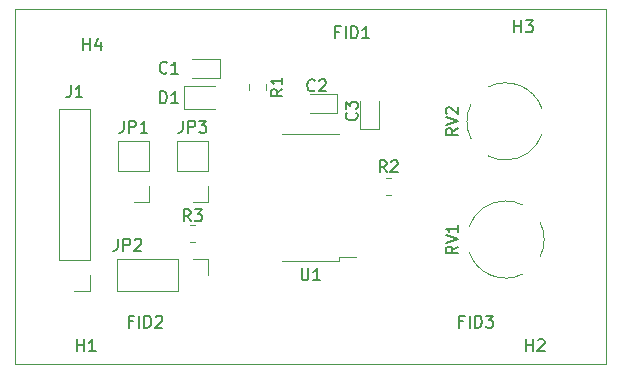
<source format=gbr>
%TF.GenerationSoftware,KiCad,Pcbnew,5.1.10-88a1d61d58~90~ubuntu20.04.1*%
%TF.CreationDate,2021-10-12T23:28:01-03:00*%
%TF.ProjectId,SG3525_Rev01,53473335-3235-45f5-9265-7630312e6b69,0.0.0.1*%
%TF.SameCoordinates,Original*%
%TF.FileFunction,Legend,Top*%
%TF.FilePolarity,Positive*%
%FSLAX46Y46*%
G04 Gerber Fmt 4.6, Leading zero omitted, Abs format (unit mm)*
G04 Created by KiCad (PCBNEW 5.1.10-88a1d61d58~90~ubuntu20.04.1) date 2021-10-12 23:28:01*
%MOMM*%
%LPD*%
G01*
G04 APERTURE LIST*
%TA.AperFunction,Profile*%
%ADD10C,0.100000*%
%TD*%
%ADD11C,0.120000*%
%ADD12C,0.150000*%
G04 APERTURE END LIST*
D10*
X173000000Y-82000000D02*
X173000000Y-112000000D01*
X123000000Y-82000000D02*
X173000000Y-82000000D01*
X123000000Y-112000000D02*
X123000000Y-82000000D01*
X173000000Y-112000000D02*
X123000000Y-112000000D01*
D11*
%TO.C,C1*%
X140297500Y-86215000D02*
X137987500Y-86215000D01*
X140297500Y-87785000D02*
X140297500Y-86215000D01*
X137987500Y-87785000D02*
X140297500Y-87785000D01*
%TO.C,C2*%
X147912500Y-90785000D02*
X150222500Y-90785000D01*
X150222500Y-90785000D02*
X150222500Y-89215000D01*
X150222500Y-89215000D02*
X147912500Y-89215000D01*
%TO.C,C3*%
X153785000Y-92122500D02*
X153785000Y-89812500D01*
X152215000Y-92122500D02*
X153785000Y-92122500D01*
X152215000Y-89812500D02*
X152215000Y-92122500D01*
%TO.C,D1*%
X137252500Y-90460000D02*
X139937500Y-90460000D01*
X137252500Y-88540000D02*
X137252500Y-90460000D01*
X139937500Y-88540000D02*
X137252500Y-88540000D01*
%TO.C,J1*%
X129330000Y-105830000D02*
X128000000Y-105830000D01*
X129330000Y-104500000D02*
X129330000Y-105830000D01*
X129330000Y-103230000D02*
X126670000Y-103230000D01*
X126670000Y-103230000D02*
X126670000Y-90470000D01*
X129330000Y-103230000D02*
X129330000Y-90470000D01*
X129330000Y-90470000D02*
X126670000Y-90470000D01*
%TO.C,JP1*%
X134330000Y-93130000D02*
X131670000Y-93130000D01*
X134330000Y-95730000D02*
X134330000Y-93130000D01*
X131670000Y-95730000D02*
X131670000Y-93130000D01*
X134330000Y-95730000D02*
X131670000Y-95730000D01*
X134330000Y-97000000D02*
X134330000Y-98330000D01*
X134330000Y-98330000D02*
X133000000Y-98330000D01*
%TO.C,JP2*%
X139330000Y-103170000D02*
X139330000Y-104500000D01*
X138000000Y-103170000D02*
X139330000Y-103170000D01*
X136730000Y-103170000D02*
X136730000Y-105830000D01*
X136730000Y-105830000D02*
X131590000Y-105830000D01*
X136730000Y-103170000D02*
X131590000Y-103170000D01*
X131590000Y-103170000D02*
X131590000Y-105830000D01*
%TO.C,JP3*%
X139330000Y-98330000D02*
X138000000Y-98330000D01*
X139330000Y-97000000D02*
X139330000Y-98330000D01*
X139330000Y-95730000D02*
X136670000Y-95730000D01*
X136670000Y-95730000D02*
X136670000Y-93130000D01*
X139330000Y-95730000D02*
X139330000Y-93130000D01*
X139330000Y-93130000D02*
X136670000Y-93130000D01*
%TO.C,R1*%
X142765000Y-88360436D02*
X142765000Y-88814564D01*
X144235000Y-88360436D02*
X144235000Y-88814564D01*
%TO.C,R2*%
X154360436Y-97735000D02*
X154814564Y-97735000D01*
X154360436Y-96265000D02*
X154814564Y-96265000D01*
%TO.C,R3*%
X138227064Y-101735000D02*
X137772936Y-101735000D01*
X138227064Y-100265000D02*
X137772936Y-100265000D01*
%TO.C,RV1*%
X164443137Y-98229925D02*
G75*
G02*
X165985000Y-98586000I56863J-3270075D01*
G01*
X167413387Y-100014798D02*
G75*
G02*
X167414000Y-102984000I-2913387J-1485202D01*
G01*
X165983968Y-104413829D02*
G75*
G02*
X161408000Y-102564000I-1483968J2913829D01*
G01*
X161408154Y-100435392D02*
G75*
G02*
X164500000Y-98230000I3091846J-1064608D01*
G01*
%TO.C,RV2*%
X167591846Y-92564608D02*
G75*
G02*
X164500000Y-94770000I-3091846J1064608D01*
G01*
X163016032Y-88586171D02*
G75*
G02*
X167592000Y-90436000I1483968J-2913829D01*
G01*
X161586613Y-92985202D02*
G75*
G02*
X161586000Y-90016000I2913387J1485202D01*
G01*
X164556863Y-94770075D02*
G75*
G02*
X163015000Y-94414000I-56863J3270075D01*
G01*
%TO.C,U1*%
X150400000Y-103340000D02*
X150400000Y-102940000D01*
X150400000Y-102940000D02*
X151800000Y-102940000D01*
X150400000Y-103340000D02*
X145600000Y-103340000D01*
X150400000Y-92540000D02*
X145600000Y-92540000D01*
%TD*%
%TO.C,C1*%
D12*
X135833333Y-87357142D02*
X135785714Y-87404761D01*
X135642857Y-87452380D01*
X135547619Y-87452380D01*
X135404761Y-87404761D01*
X135309523Y-87309523D01*
X135261904Y-87214285D01*
X135214285Y-87023809D01*
X135214285Y-86880952D01*
X135261904Y-86690476D01*
X135309523Y-86595238D01*
X135404761Y-86500000D01*
X135547619Y-86452380D01*
X135642857Y-86452380D01*
X135785714Y-86500000D01*
X135833333Y-86547619D01*
X136785714Y-87452380D02*
X136214285Y-87452380D01*
X136500000Y-87452380D02*
X136500000Y-86452380D01*
X136404761Y-86595238D01*
X136309523Y-86690476D01*
X136214285Y-86738095D01*
%TO.C,C2*%
X148333333Y-88857142D02*
X148285714Y-88904761D01*
X148142857Y-88952380D01*
X148047619Y-88952380D01*
X147904761Y-88904761D01*
X147809523Y-88809523D01*
X147761904Y-88714285D01*
X147714285Y-88523809D01*
X147714285Y-88380952D01*
X147761904Y-88190476D01*
X147809523Y-88095238D01*
X147904761Y-88000000D01*
X148047619Y-87952380D01*
X148142857Y-87952380D01*
X148285714Y-88000000D01*
X148333333Y-88047619D01*
X148714285Y-88047619D02*
X148761904Y-88000000D01*
X148857142Y-87952380D01*
X149095238Y-87952380D01*
X149190476Y-88000000D01*
X149238095Y-88047619D01*
X149285714Y-88142857D01*
X149285714Y-88238095D01*
X149238095Y-88380952D01*
X148666666Y-88952380D01*
X149285714Y-88952380D01*
%TO.C,C3*%
X151877142Y-90779166D02*
X151924761Y-90826785D01*
X151972380Y-90969642D01*
X151972380Y-91064880D01*
X151924761Y-91207738D01*
X151829523Y-91302976D01*
X151734285Y-91350595D01*
X151543809Y-91398214D01*
X151400952Y-91398214D01*
X151210476Y-91350595D01*
X151115238Y-91302976D01*
X151020000Y-91207738D01*
X150972380Y-91064880D01*
X150972380Y-90969642D01*
X151020000Y-90826785D01*
X151067619Y-90779166D01*
X150972380Y-90445833D02*
X150972380Y-89826785D01*
X151353333Y-90160119D01*
X151353333Y-90017261D01*
X151400952Y-89922023D01*
X151448571Y-89874404D01*
X151543809Y-89826785D01*
X151781904Y-89826785D01*
X151877142Y-89874404D01*
X151924761Y-89922023D01*
X151972380Y-90017261D01*
X151972380Y-90302976D01*
X151924761Y-90398214D01*
X151877142Y-90445833D01*
%TO.C,D1*%
X135261904Y-89952380D02*
X135261904Y-88952380D01*
X135500000Y-88952380D01*
X135642857Y-89000000D01*
X135738095Y-89095238D01*
X135785714Y-89190476D01*
X135833333Y-89380952D01*
X135833333Y-89523809D01*
X135785714Y-89714285D01*
X135738095Y-89809523D01*
X135642857Y-89904761D01*
X135500000Y-89952380D01*
X135261904Y-89952380D01*
X136785714Y-89952380D02*
X136214285Y-89952380D01*
X136500000Y-89952380D02*
X136500000Y-88952380D01*
X136404761Y-89095238D01*
X136309523Y-89190476D01*
X136214285Y-89238095D01*
%TO.C,FID1*%
X150428571Y-83928571D02*
X150095238Y-83928571D01*
X150095238Y-84452380D02*
X150095238Y-83452380D01*
X150571428Y-83452380D01*
X150952380Y-84452380D02*
X150952380Y-83452380D01*
X151428571Y-84452380D02*
X151428571Y-83452380D01*
X151666666Y-83452380D01*
X151809523Y-83500000D01*
X151904761Y-83595238D01*
X151952380Y-83690476D01*
X152000000Y-83880952D01*
X152000000Y-84023809D01*
X151952380Y-84214285D01*
X151904761Y-84309523D01*
X151809523Y-84404761D01*
X151666666Y-84452380D01*
X151428571Y-84452380D01*
X152952380Y-84452380D02*
X152380952Y-84452380D01*
X152666666Y-84452380D02*
X152666666Y-83452380D01*
X152571428Y-83595238D01*
X152476190Y-83690476D01*
X152380952Y-83738095D01*
%TO.C,FID2*%
X132928571Y-108428571D02*
X132595238Y-108428571D01*
X132595238Y-108952380D02*
X132595238Y-107952380D01*
X133071428Y-107952380D01*
X133452380Y-108952380D02*
X133452380Y-107952380D01*
X133928571Y-108952380D02*
X133928571Y-107952380D01*
X134166666Y-107952380D01*
X134309523Y-108000000D01*
X134404761Y-108095238D01*
X134452380Y-108190476D01*
X134500000Y-108380952D01*
X134500000Y-108523809D01*
X134452380Y-108714285D01*
X134404761Y-108809523D01*
X134309523Y-108904761D01*
X134166666Y-108952380D01*
X133928571Y-108952380D01*
X134880952Y-108047619D02*
X134928571Y-108000000D01*
X135023809Y-107952380D01*
X135261904Y-107952380D01*
X135357142Y-108000000D01*
X135404761Y-108047619D01*
X135452380Y-108142857D01*
X135452380Y-108238095D01*
X135404761Y-108380952D01*
X134833333Y-108952380D01*
X135452380Y-108952380D01*
%TO.C,FID3*%
X160928571Y-108428571D02*
X160595238Y-108428571D01*
X160595238Y-108952380D02*
X160595238Y-107952380D01*
X161071428Y-107952380D01*
X161452380Y-108952380D02*
X161452380Y-107952380D01*
X161928571Y-108952380D02*
X161928571Y-107952380D01*
X162166666Y-107952380D01*
X162309523Y-108000000D01*
X162404761Y-108095238D01*
X162452380Y-108190476D01*
X162500000Y-108380952D01*
X162500000Y-108523809D01*
X162452380Y-108714285D01*
X162404761Y-108809523D01*
X162309523Y-108904761D01*
X162166666Y-108952380D01*
X161928571Y-108952380D01*
X162833333Y-107952380D02*
X163452380Y-107952380D01*
X163119047Y-108333333D01*
X163261904Y-108333333D01*
X163357142Y-108380952D01*
X163404761Y-108428571D01*
X163452380Y-108523809D01*
X163452380Y-108761904D01*
X163404761Y-108857142D01*
X163357142Y-108904761D01*
X163261904Y-108952380D01*
X162976190Y-108952380D01*
X162880952Y-108904761D01*
X162833333Y-108857142D01*
%TO.C,H1*%
X128238095Y-110952380D02*
X128238095Y-109952380D01*
X128238095Y-110428571D02*
X128809523Y-110428571D01*
X128809523Y-110952380D02*
X128809523Y-109952380D01*
X129809523Y-110952380D02*
X129238095Y-110952380D01*
X129523809Y-110952380D02*
X129523809Y-109952380D01*
X129428571Y-110095238D01*
X129333333Y-110190476D01*
X129238095Y-110238095D01*
%TO.C,H2*%
X166238095Y-110952380D02*
X166238095Y-109952380D01*
X166238095Y-110428571D02*
X166809523Y-110428571D01*
X166809523Y-110952380D02*
X166809523Y-109952380D01*
X167238095Y-110047619D02*
X167285714Y-110000000D01*
X167380952Y-109952380D01*
X167619047Y-109952380D01*
X167714285Y-110000000D01*
X167761904Y-110047619D01*
X167809523Y-110142857D01*
X167809523Y-110238095D01*
X167761904Y-110380952D01*
X167190476Y-110952380D01*
X167809523Y-110952380D01*
%TO.C,H3*%
X165238095Y-83952380D02*
X165238095Y-82952380D01*
X165238095Y-83428571D02*
X165809523Y-83428571D01*
X165809523Y-83952380D02*
X165809523Y-82952380D01*
X166190476Y-82952380D02*
X166809523Y-82952380D01*
X166476190Y-83333333D01*
X166619047Y-83333333D01*
X166714285Y-83380952D01*
X166761904Y-83428571D01*
X166809523Y-83523809D01*
X166809523Y-83761904D01*
X166761904Y-83857142D01*
X166714285Y-83904761D01*
X166619047Y-83952380D01*
X166333333Y-83952380D01*
X166238095Y-83904761D01*
X166190476Y-83857142D01*
%TO.C,H4*%
X128738095Y-85452380D02*
X128738095Y-84452380D01*
X128738095Y-84928571D02*
X129309523Y-84928571D01*
X129309523Y-85452380D02*
X129309523Y-84452380D01*
X130214285Y-84785714D02*
X130214285Y-85452380D01*
X129976190Y-84404761D02*
X129738095Y-85119047D01*
X130357142Y-85119047D01*
%TO.C,J1*%
X127666666Y-88452380D02*
X127666666Y-89166666D01*
X127619047Y-89309523D01*
X127523809Y-89404761D01*
X127380952Y-89452380D01*
X127285714Y-89452380D01*
X128666666Y-89452380D02*
X128095238Y-89452380D01*
X128380952Y-89452380D02*
X128380952Y-88452380D01*
X128285714Y-88595238D01*
X128190476Y-88690476D01*
X128095238Y-88738095D01*
%TO.C,JP1*%
X132166666Y-91452380D02*
X132166666Y-92166666D01*
X132119047Y-92309523D01*
X132023809Y-92404761D01*
X131880952Y-92452380D01*
X131785714Y-92452380D01*
X132642857Y-92452380D02*
X132642857Y-91452380D01*
X133023809Y-91452380D01*
X133119047Y-91500000D01*
X133166666Y-91547619D01*
X133214285Y-91642857D01*
X133214285Y-91785714D01*
X133166666Y-91880952D01*
X133119047Y-91928571D01*
X133023809Y-91976190D01*
X132642857Y-91976190D01*
X134166666Y-92452380D02*
X133595238Y-92452380D01*
X133880952Y-92452380D02*
X133880952Y-91452380D01*
X133785714Y-91595238D01*
X133690476Y-91690476D01*
X133595238Y-91738095D01*
%TO.C,JP2*%
X131666666Y-101452380D02*
X131666666Y-102166666D01*
X131619047Y-102309523D01*
X131523809Y-102404761D01*
X131380952Y-102452380D01*
X131285714Y-102452380D01*
X132142857Y-102452380D02*
X132142857Y-101452380D01*
X132523809Y-101452380D01*
X132619047Y-101500000D01*
X132666666Y-101547619D01*
X132714285Y-101642857D01*
X132714285Y-101785714D01*
X132666666Y-101880952D01*
X132619047Y-101928571D01*
X132523809Y-101976190D01*
X132142857Y-101976190D01*
X133095238Y-101547619D02*
X133142857Y-101500000D01*
X133238095Y-101452380D01*
X133476190Y-101452380D01*
X133571428Y-101500000D01*
X133619047Y-101547619D01*
X133666666Y-101642857D01*
X133666666Y-101738095D01*
X133619047Y-101880952D01*
X133047619Y-102452380D01*
X133666666Y-102452380D01*
%TO.C,JP3*%
X137166666Y-91452380D02*
X137166666Y-92166666D01*
X137119047Y-92309523D01*
X137023809Y-92404761D01*
X136880952Y-92452380D01*
X136785714Y-92452380D01*
X137642857Y-92452380D02*
X137642857Y-91452380D01*
X138023809Y-91452380D01*
X138119047Y-91500000D01*
X138166666Y-91547619D01*
X138214285Y-91642857D01*
X138214285Y-91785714D01*
X138166666Y-91880952D01*
X138119047Y-91928571D01*
X138023809Y-91976190D01*
X137642857Y-91976190D01*
X138547619Y-91452380D02*
X139166666Y-91452380D01*
X138833333Y-91833333D01*
X138976190Y-91833333D01*
X139071428Y-91880952D01*
X139119047Y-91928571D01*
X139166666Y-92023809D01*
X139166666Y-92261904D01*
X139119047Y-92357142D01*
X139071428Y-92404761D01*
X138976190Y-92452380D01*
X138690476Y-92452380D01*
X138595238Y-92404761D01*
X138547619Y-92357142D01*
%TO.C,R1*%
X145602380Y-88754166D02*
X145126190Y-89087500D01*
X145602380Y-89325595D02*
X144602380Y-89325595D01*
X144602380Y-88944642D01*
X144650000Y-88849404D01*
X144697619Y-88801785D01*
X144792857Y-88754166D01*
X144935714Y-88754166D01*
X145030952Y-88801785D01*
X145078571Y-88849404D01*
X145126190Y-88944642D01*
X145126190Y-89325595D01*
X145602380Y-87801785D02*
X145602380Y-88373214D01*
X145602380Y-88087500D02*
X144602380Y-88087500D01*
X144745238Y-88182738D01*
X144840476Y-88277976D01*
X144888095Y-88373214D01*
%TO.C,R2*%
X154420833Y-95802380D02*
X154087500Y-95326190D01*
X153849404Y-95802380D02*
X153849404Y-94802380D01*
X154230357Y-94802380D01*
X154325595Y-94850000D01*
X154373214Y-94897619D01*
X154420833Y-94992857D01*
X154420833Y-95135714D01*
X154373214Y-95230952D01*
X154325595Y-95278571D01*
X154230357Y-95326190D01*
X153849404Y-95326190D01*
X154801785Y-94897619D02*
X154849404Y-94850000D01*
X154944642Y-94802380D01*
X155182738Y-94802380D01*
X155277976Y-94850000D01*
X155325595Y-94897619D01*
X155373214Y-94992857D01*
X155373214Y-95088095D01*
X155325595Y-95230952D01*
X154754166Y-95802380D01*
X155373214Y-95802380D01*
%TO.C,R3*%
X137833333Y-99952380D02*
X137500000Y-99476190D01*
X137261904Y-99952380D02*
X137261904Y-98952380D01*
X137642857Y-98952380D01*
X137738095Y-99000000D01*
X137785714Y-99047619D01*
X137833333Y-99142857D01*
X137833333Y-99285714D01*
X137785714Y-99380952D01*
X137738095Y-99428571D01*
X137642857Y-99476190D01*
X137261904Y-99476190D01*
X138166666Y-98952380D02*
X138785714Y-98952380D01*
X138452380Y-99333333D01*
X138595238Y-99333333D01*
X138690476Y-99380952D01*
X138738095Y-99428571D01*
X138785714Y-99523809D01*
X138785714Y-99761904D01*
X138738095Y-99857142D01*
X138690476Y-99904761D01*
X138595238Y-99952380D01*
X138309523Y-99952380D01*
X138214285Y-99904761D01*
X138166666Y-99857142D01*
%TO.C,RV1*%
X160452380Y-102095238D02*
X159976190Y-102428571D01*
X160452380Y-102666666D02*
X159452380Y-102666666D01*
X159452380Y-102285714D01*
X159500000Y-102190476D01*
X159547619Y-102142857D01*
X159642857Y-102095238D01*
X159785714Y-102095238D01*
X159880952Y-102142857D01*
X159928571Y-102190476D01*
X159976190Y-102285714D01*
X159976190Y-102666666D01*
X159452380Y-101809523D02*
X160452380Y-101476190D01*
X159452380Y-101142857D01*
X160452380Y-100285714D02*
X160452380Y-100857142D01*
X160452380Y-100571428D02*
X159452380Y-100571428D01*
X159595238Y-100666666D01*
X159690476Y-100761904D01*
X159738095Y-100857142D01*
%TO.C,RV2*%
X160452380Y-92095238D02*
X159976190Y-92428571D01*
X160452380Y-92666666D02*
X159452380Y-92666666D01*
X159452380Y-92285714D01*
X159500000Y-92190476D01*
X159547619Y-92142857D01*
X159642857Y-92095238D01*
X159785714Y-92095238D01*
X159880952Y-92142857D01*
X159928571Y-92190476D01*
X159976190Y-92285714D01*
X159976190Y-92666666D01*
X159452380Y-91809523D02*
X160452380Y-91476190D01*
X159452380Y-91142857D01*
X159547619Y-90857142D02*
X159500000Y-90809523D01*
X159452380Y-90714285D01*
X159452380Y-90476190D01*
X159500000Y-90380952D01*
X159547619Y-90333333D01*
X159642857Y-90285714D01*
X159738095Y-90285714D01*
X159880952Y-90333333D01*
X160452380Y-90904761D01*
X160452380Y-90285714D01*
%TO.C,U1*%
X147238095Y-103952380D02*
X147238095Y-104761904D01*
X147285714Y-104857142D01*
X147333333Y-104904761D01*
X147428571Y-104952380D01*
X147619047Y-104952380D01*
X147714285Y-104904761D01*
X147761904Y-104857142D01*
X147809523Y-104761904D01*
X147809523Y-103952380D01*
X148809523Y-104952380D02*
X148238095Y-104952380D01*
X148523809Y-104952380D02*
X148523809Y-103952380D01*
X148428571Y-104095238D01*
X148333333Y-104190476D01*
X148238095Y-104238095D01*
%TD*%
M02*

</source>
